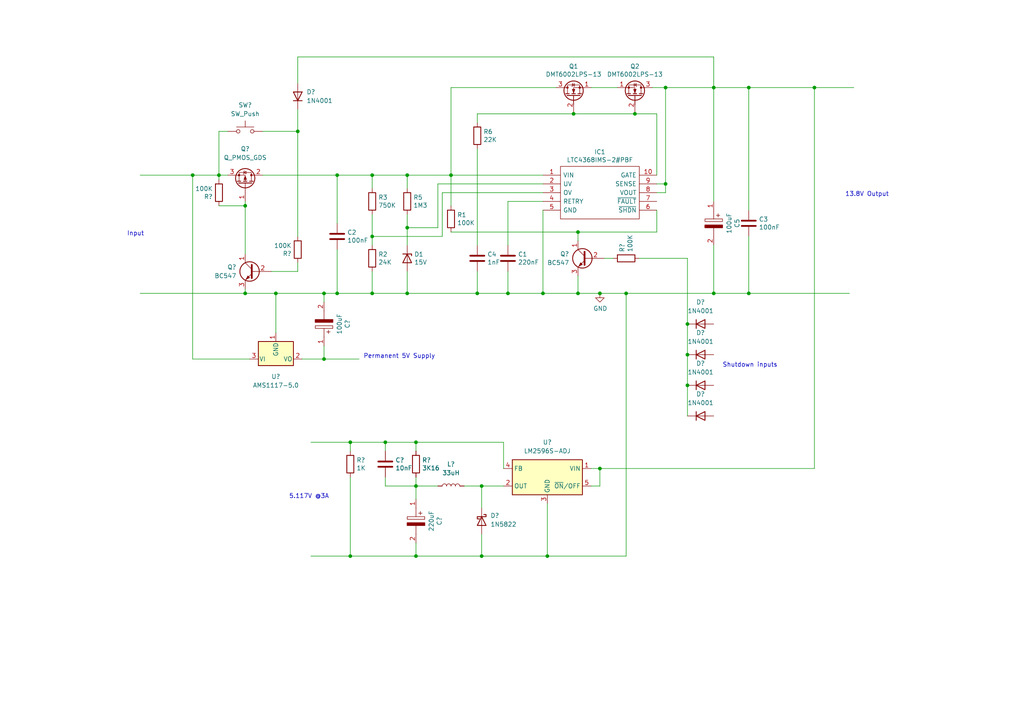
<source format=kicad_sch>
(kicad_sch (version 20211123) (generator eeschema)
  (paper "A4")
  (lib_symbols
    (symbol "Device:C" (pin_numbers hide) (pin_names (offset 0.254))
      (property "Reference" "C" (at 0.635 2.54 0))
      (property "Value" "C" (at 0.635 -2.54 0))
      (symbol "C_0_1"
        (polyline (pts (xy -2.032 -0.762) (xy 2.032 -0.762)) (stroke (width 0.508)))
        (polyline (pts (xy -2.032 0.762) (xy 2.032 0.762)) (stroke (width 0.508)))
      )
      (symbol "C_1_1"
        (pin passive line (at 0 3.81 270) (length 2.794) (name "~") (number "1"))
        (pin passive line (at 0 -3.81 90) (length 2.794) (name "~") (number "2"))
      )
    )
    (symbol "Device:D_Schottky" (pin_numbers hide) (pin_names (offset 1.016) hide)
      (property "Reference" "D" (at 0 2.54 0))
      (property "Value" "D_Schottky" (at 0 -2.54 0))
      (symbol "D_Schottky_0_1"
        (polyline (pts (xy 1.27 0) (xy -1.27 0)))
        (polyline (pts (xy 1.27 1.27) (xy 1.27 -1.27) (xy -1.27 0) (xy 1.27 1.27)) (stroke (width 0.254)))
        (polyline (pts (xy -1.905 0.635) (xy -1.905 1.27) (xy -1.27 1.27) (xy -1.27 -1.27) (xy -0.635 -1.27) (xy -0.635 -0.635)) (stroke (width 0.254)))
      )
      (symbol "D_Schottky_1_1"
        (pin passive line (at -3.81 0 0) (length 2.54) (name "K") (number "1"))
        (pin passive line (at 3.81 0 180) (length 2.54) (name "A") (number "2"))
      )
    )
    (symbol "Device:D_Zener" (pin_numbers hide) (pin_names (offset 1.016) hide)
      (property "Reference" "D" (at 0 2.54 0))
      (property "Value" "D_Zener" (at 0 -2.54 0))
      (symbol "D_Zener_0_1"
        (polyline (pts (xy 1.27 0) (xy -1.27 0)))
        (polyline (pts (xy -1.27 -1.27) (xy -1.27 1.27) (xy -0.762 1.27)) (stroke (width 0.254)))
        (polyline (pts (xy 1.27 -1.27) (xy 1.27 1.27) (xy -1.27 0) (xy 1.27 -1.27)) (stroke (width 0.254)))
      )
      (symbol "D_Zener_1_1"
        (pin passive line (at -3.81 0 0) (length 2.54) (name "K") (number "1"))
        (pin passive line (at 3.81 0 180) (length 2.54) (name "A") (number "2"))
      )
    )
    (symbol "Device:L" (pin_numbers hide) (pin_names (offset 1.016) hide)
      (property "Reference" "L" (at -1.27 0 90))
      (property "Value" "L" (at 1.905 0 90))
      (symbol "L_0_1"
        (arc (start 0 -2.54) (mid 0.635 -1.905) (end 0 -1.27))
        (arc (start 0 -1.27) (mid 0.635 -0.635) (end 0 0))
        (arc (start 0 0) (mid 0.635 0.635) (end 0 1.27))
        (arc (start 0 1.27) (mid 0.635 1.905) (end 0 2.54))
      )
      (symbol "L_1_1"
        (pin passive line (at 0 3.81 270) (length 1.27) (name "1") (number "1"))
        (pin passive line (at 0 -3.81 90) (length 1.27) (name "2") (number "2"))
      )
    )
    (symbol "Device:Q_NMOS_SGD" (pin_names (offset 0) hide)
      (property "Reference" "Q" (at 5.08 1.27 0))
      (property "Value" "Q_NMOS_SGD" (at 5.08 -1.27 0))
      (symbol "Q_NMOS_SGD_0_1"
        (polyline (pts (xy 0.254 0) (xy -2.54 0)))
        (polyline (pts (xy 0.254 1.905) (xy 0.254 -1.905)) (stroke (width 0.254)))
        (polyline (pts (xy 0.762 -1.27) (xy 0.762 -2.286)) (stroke (width 0.254)))
        (polyline (pts (xy 0.762 0.508) (xy 0.762 -0.508)) (stroke (width 0.254)))
        (polyline (pts (xy 0.762 2.286) (xy 0.762 1.27)) (stroke (width 0.254)))
        (polyline (pts (xy 2.54 2.54) (xy 2.54 1.778)))
        (polyline (pts (xy 2.54 -2.54) (xy 2.54 0) (xy 0.762 0)))
        (polyline (pts (xy 0.762 -1.778) (xy 3.302 -1.778) (xy 3.302 1.778) (xy 0.762 1.778)))
        (polyline (pts (xy 1.016 0) (xy 2.032 0.381) (xy 2.032 -0.381) (xy 1.016 0)) (fill (type outline)))
        (polyline (pts (xy 2.794 0.508) (xy 2.921 0.381) (xy 3.683 0.381) (xy 3.81 0.254)))
        (polyline (pts (xy 3.302 0.381) (xy 2.921 -0.254) (xy 3.683 -0.254) (xy 3.302 0.381)))
        (circle (center 1.651 0) (radius 2.794) (stroke (width 0.254)))
        (circle (center 2.54 -1.778) (radius 0.254) (fill (type outline)))
        (circle (center 2.54 1.778) (radius 0.254) (fill (type outline)))
      )
      (symbol "Q_NMOS_SGD_1_1"
        (pin passive line (at 2.54 -5.08 90) (length 2.54) (name "S") (number "1"))
        (pin input line (at -5.08 0 0) (length 5.08) (name "G") (number "2"))
        (pin passive line (at 2.54 5.08 270) (length 2.54) (name "D") (number "3"))
      )
    )
    (symbol "Device:Q_PMOS_GDS" (pin_names (offset 0) hide)
      (property "Reference" "Q" (at 5.08 1.27 0))
      (property "Value" "Q_PMOS_GDS" (at 5.08 -1.27 0))
      (symbol "Q_PMOS_GDS_0_1"
        (polyline (pts (xy 0.254 0) (xy -2.54 0)))
        (polyline (pts (xy 0.254 1.905) (xy 0.254 -1.905)) (stroke (width 0.254)))
        (polyline (pts (xy 0.762 -1.27) (xy 0.762 -2.286)) (stroke (width 0.254)))
        (polyline (pts (xy 0.762 0.508) (xy 0.762 -0.508)) (stroke (width 0.254)))
        (polyline (pts (xy 0.762 2.286) (xy 0.762 1.27)) (stroke (width 0.254)))
        (polyline (pts (xy 2.54 2.54) (xy 2.54 1.778)))
        (polyline (pts (xy 2.54 -2.54) (xy 2.54 0) (xy 0.762 0)))
        (polyline (pts (xy 0.762 1.778) (xy 3.302 1.778) (xy 3.302 -1.778) (xy 0.762 -1.778)))
        (polyline (pts (xy 2.286 0) (xy 1.27 0.381) (xy 1.27 -0.381) (xy 2.286 0)) (fill (type outline)))
        (polyline (pts (xy 2.794 -0.508) (xy 2.921 -0.381) (xy 3.683 -0.381) (xy 3.81 -0.254)))
        (polyline (pts (xy 3.302 -0.381) (xy 2.921 0.254) (xy 3.683 0.254) (xy 3.302 -0.381)))
        (circle (center 1.651 0) (radius 2.794) (stroke (width 0.254)))
        (circle (center 2.54 -1.778) (radius 0.254) (fill (type outline)))
        (circle (center 2.54 1.778) (radius 0.254) (fill (type outline)))
      )
      (symbol "Q_PMOS_GDS_1_1"
        (pin input line (at -5.08 0 0) (length 2.54) (name "G") (number "1"))
        (pin passive line (at 2.54 5.08 270) (length 2.54) (name "D") (number "2"))
        (pin passive line (at 2.54 -5.08 90) (length 2.54) (name "S") (number "3"))
      )
    )
    (symbol "Device:R" (pin_numbers hide) (pin_names (offset 0))
      (property "Reference" "R" (at 2.032 0 90))
      (property "Value" "R" (at 0 0 90))
      (symbol "R_0_1"
        (rectangle (start -1.016 -2.54) (end 1.016 2.54) (stroke (width 0.254)))
      )
      (symbol "R_1_1"
        (pin passive line (at 0 3.81 270) (length 1.27) (name "~") (number "1"))
        (pin passive line (at 0 -3.81 90) (length 1.27) (name "~") (number "2"))
      )
    )
    (symbol "Diode:1N4001" (pin_numbers hide) (pin_names (offset 1.016) hide)
      (property "Reference" "D" (at 0 2.54 0))
      (property "Value" "1N4001" (at 0 -2.54 0))
      (symbol "1N4001_0_1"
        (polyline (pts (xy -1.27 1.27) (xy -1.27 -1.27)) (stroke (width 0.254)))
        (polyline (pts (xy 1.27 0) (xy -1.27 0)))
        (polyline (pts (xy 1.27 1.27) (xy 1.27 -1.27) (xy -1.27 0) (xy 1.27 1.27)) (stroke (width 0.254)))
      )
      (symbol "1N4001_1_1"
        (pin passive line (at -3.81 0 0) (length 2.54) (name "K") (number "1"))
        (pin passive line (at 3.81 0 180) (length 2.54) (name "A") (number "2"))
      )
    )
    (symbol "Regulator_Linear:AMS1117-5.0" (pin_names (offset 0.254))
      (property "Reference" "U" (at -3.81 3.175 0))
      (property "Value" "AMS1117-5.0" (at 0 3.175 0))
      (symbol "AMS1117-5.0_0_1"
        (rectangle (start -5.08 -5.08) (end 5.08 1.905) (stroke (width 0.254)) (fill (type background)))
      )
      (symbol "AMS1117-5.0_1_1"
        (pin power_in line (at 0 -7.62 90) (length 2.54) (name "GND") (number "1"))
        (pin power_out line (at 7.62 0 180) (length 2.54) (name "VO") (number "2"))
        (pin power_in line (at -7.62 0 0) (length 2.54) (name "VI") (number "3"))
      )
    )
    (symbol "Regulator_Switching:LM2596S-ADJ"
      (property "Reference" "U" (at -10.16 6.35 0))
      (property "Value" "LM2596S-ADJ" (at 0 6.35 0))
      (symbol "LM2596S-ADJ_0_1"
        (rectangle (start -10.16 5.08) (end 10.16 -5.08) (stroke (width 0.254)) (fill (type background)))
      )
      (symbol "LM2596S-ADJ_1_1"
        (pin power_in line (at -12.7 2.54 0) (length 2.54) (name "VIN") (number "1"))
        (pin output line (at 12.7 -2.54 180) (length 2.54) (name "OUT") (number "2"))
        (pin power_in line (at 0 -7.62 90) (length 2.54) (name "GND") (number "3"))
        (pin input line (at 12.7 2.54 180) (length 2.54) (name "FB") (number "4"))
        (pin input line (at -12.7 -2.54 0) (length 2.54) (name "~{ON}/OFF") (number "5"))
      )
    )
    (symbol "SamacSys_Parts:865080545012" (pin_names (offset 0.762))
      (property "Reference" "C" (at 8.89 6.35 0))
      (property "Value" "SamacSys_Parts_865080545012" (at 8.89 3.81 0))
      (symbol "865080545012_0_0"
        (pin passive line (at 0 0 0) (length 2.54) (name "~") (number "1"))
        (pin passive line (at 12.7 0 180) (length 2.54) (name "~") (number "2"))
      )
      (symbol "865080545012_0_1"
        (polyline (pts (xy 2.54 0) (xy 5.08 0)) (stroke (width 0.1524)))
        (polyline (pts (xy 4.064 1.778) (xy 4.064 0.762)) (stroke (width 0.1524)))
        (polyline (pts (xy 4.572 1.27) (xy 3.556 1.27)) (stroke (width 0.1524)))
        (polyline (pts (xy 7.62 0) (xy 10.16 0)) (stroke (width 0.1524)))
        (polyline (pts (xy 5.08 2.54) (xy 5.08 -2.54) (xy 5.842 -2.54) (xy 5.842 2.54) (xy 5.08 2.54)) (stroke (width 0.1524)))
        (polyline (pts (xy 7.62 2.54) (xy 7.62 -2.54) (xy 6.858 -2.54) (xy 6.858 2.54) (xy 7.62 2.54)) (stroke (width 0.254)) (fill (type outline)))
      )
    )
    (symbol "SamacSys_Parts:LTC4368IMS-2#PBF" (pin_names (offset 0.762))
      (property "Reference" "IC" (at 29.21 7.62 0))
      (property "Value" "SamacSys_Parts_LTC4368IMS-2#PBF" (at 29.21 5.08 0))
      (symbol "LTC4368IMS-2#PBF_0_0"
        (pin passive line (at 0 0 0) (length 5.08) (name "VIN") (number "1"))
        (pin passive line (at 33.02 0 180) (length 5.08) (name "GATE") (number "10"))
        (pin passive line (at 0 -2.54 0) (length 5.08) (name "UV") (number "2"))
        (pin passive line (at 0 -5.08 0) (length 5.08) (name "OV") (number "3"))
        (pin passive line (at 0 -7.62 0) (length 5.08) (name "RETRY") (number "4"))
        (pin passive line (at 0 -10.16 0) (length 5.08) (name "GND") (number "5"))
        (pin passive line (at 33.02 -10.16 180) (length 5.08) (name "~{SHDN}") (number "6"))
        (pin passive line (at 33.02 -7.62 180) (length 5.08) (name "~{FAULT}") (number "7"))
        (pin passive line (at 33.02 -5.08 180) (length 5.08) (name "VOUT") (number "8"))
        (pin passive line (at 33.02 -2.54 180) (length 5.08) (name "SENSE") (number "9"))
      )
      (symbol "LTC4368IMS-2#PBF_0_1"
        (polyline (pts (xy 5.08 2.54) (xy 27.94 2.54) (xy 27.94 -12.7) (xy 5.08 -12.7) (xy 5.08 2.54)) (stroke (width 0.1524)))
      )
    )
    (symbol "Switch:SW_Push" (pin_numbers hide) (pin_names (offset 1.016) hide)
      (property "Reference" "SW" (at 1.27 2.54 0))
      (property "Value" "SW_Push" (at 0 -1.524 0))
      (symbol "SW_Push_0_1"
        (circle (center -2.032 0) (radius 0.508))
        (polyline (pts (xy 0 1.27) (xy 0 3.048)))
        (polyline (pts (xy 2.54 1.27) (xy -2.54 1.27)))
        (circle (center 2.032 0) (radius 0.508))
        (pin passive line (at -5.08 0 0) (length 2.54) (name "1") (number "1"))
        (pin passive line (at 5.08 0 180) (length 2.54) (name "2") (number "2"))
      )
    )
    (symbol "Transistor_BJT:BC547" (pin_names (offset 0) hide)
      (property "Reference" "Q" (at 5.08 1.905 0))
      (property "Value" "BC547" (at 5.08 0 0))
      (symbol "BC547_0_1"
        (polyline (pts (xy 0 0) (xy 0.635 0)))
        (polyline (pts (xy 0.635 0.635) (xy 2.54 2.54)))
        (polyline (pts (xy 0.635 -0.635) (xy 2.54 -2.54) (xy 2.54 -2.54)))
        (polyline (pts (xy 0.635 1.905) (xy 0.635 -1.905) (xy 0.635 -1.905)) (stroke (width 0.508)))
        (polyline (pts (xy 1.27 -1.778) (xy 1.778 -1.27) (xy 2.286 -2.286) (xy 1.27 -1.778) (xy 1.27 -1.778)) (fill (type outline)))
        (circle (center 1.27 0) (radius 2.8194) (stroke (width 0.254)))
      )
      (symbol "BC547_1_1"
        (pin passive line (at 2.54 5.08 270) (length 2.54) (name "C") (number "1"))
        (pin input line (at -5.08 0 0) (length 5.08) (name "B") (number "2"))
        (pin passive line (at 2.54 -5.08 90) (length 2.54) (name "E") (number "3"))
      )
    )
    (symbol "power:GND" (power) (pin_names (offset 0))
      (property "Value" "GND" (at 0 -3.81 0))
      (symbol "GND_0_1"
        (polyline (pts (xy 0 0) (xy 0 -1.27) (xy 1.27 -1.27) (xy 0 -2.54) (xy -1.27 -1.27) (xy 0 -1.27)))
      )
      (symbol "GND_1_1"
        (pin power_in line (at 0 0 270) (length 0) hide (name "GND") (number "1"))
      )
    )
  )
  (junction (at 80.01 85.09))
  (junction (at 167.64 67.31))
  (junction (at 181.61 85.09))
  (junction (at 118.11 50.8))
  (junction (at 86.36 38.1))
  (junction (at 199.39 102.87))
  (junction (at 111.76 128.27))
  (junction (at 193.04 53.34))
  (junction (at 207.01 85.09))
  (junction (at 71.12 85.09))
  (junction (at 217.17 85.09))
  (junction (at 138.43 85.09))
  (junction (at 130.81 50.8))
  (junction (at 166.37 33.02))
  (junction (at 158.75 161.29))
  (junction (at 107.95 85.09))
  (junction (at 139.7 140.97))
  (junction (at 217.17 25.4))
  (junction (at 173.99 135.89))
  (junction (at 97.79 50.8))
  (junction (at 199.39 111.76))
  (junction (at 107.95 50.8))
  (junction (at 118.11 85.09))
  (junction (at 193.04 25.4))
  (junction (at 139.7 161.29))
  (junction (at 63.5 50.8))
  (junction (at 236.22 25.4))
  (junction (at 107.95 68.58))
  (junction (at 147.32 85.09))
  (junction (at 167.64 85.09))
  (junction (at 207.01 25.4))
  (junction (at 93.98 104.14))
  (junction (at 199.39 93.98))
  (junction (at 118.11 66.04))
  (junction (at 55.88 50.8))
  (junction (at 101.6 161.29))
  (junction (at 71.12 59.69))
  (junction (at 97.79 85.09))
  (junction (at 173.99 85.09))
  (junction (at 157.48 85.09))
  (junction (at 120.65 128.27))
  (junction (at 120.65 140.97))
  (junction (at 93.98 85.09))
  (junction (at 120.65 161.29))
  (junction (at 184.15 33.02))
  (junction (at 101.6 128.27))
  (wire (pts (xy 146.05 135.89) (xy 146.05 128.27)))
  (wire (pts (xy 167.64 85.09) (xy 173.99 85.09)))
  (wire (pts (xy 97.79 50.8) (xy 107.95 50.8)))
  (wire (pts (xy 207.01 16.51) (xy 207.01 25.4)))
  (wire (pts (xy 167.64 67.31) (xy 190.5 67.31)))
  (wire (pts (xy 76.2 50.8) (xy 97.79 50.8)))
  (wire (pts (xy 147.32 58.42) (xy 147.32 71.12)))
  (wire (pts (xy 63.5 59.69) (xy 71.12 59.69)))
  (wire (pts (xy 190.5 33.02) (xy 184.15 33.02)))
  (wire (pts (xy 199.39 93.98) (xy 199.39 102.87)))
  (wire (pts (xy 190.5 50.8) (xy 190.5 33.02)))
  (wire (pts (xy 107.95 68.58) (xy 107.95 71.12)))
  (wire (pts (xy 199.39 102.87) (xy 199.39 111.76)))
  (wire (pts (xy 207.01 25.4) (xy 217.17 25.4)))
  (wire (pts (xy 147.32 85.09) (xy 157.48 85.09)))
  (wire (pts (xy 147.32 58.42) (xy 157.48 58.42)))
  (wire (pts (xy 236.22 25.4) (xy 247.65 25.4)))
  (wire (pts (xy 171.45 140.97) (xy 173.99 140.97)))
  (wire (pts (xy 190.5 67.31) (xy 190.5 60.96)))
  (wire (pts (xy 128.27 68.58) (xy 107.95 68.58)))
  (wire (pts (xy 207.01 58.42) (xy 207.01 25.4)))
  (wire (pts (xy 167.64 80.01) (xy 167.64 85.09)))
  (wire (pts (xy 40.64 50.8) (xy 55.88 50.8)))
  (wire (pts (xy 139.7 140.97) (xy 146.05 140.97)))
  (wire (pts (xy 217.17 60.96) (xy 217.17 25.4)))
  (wire (pts (xy 146.05 128.27) (xy 120.65 128.27)))
  (wire (pts (xy 120.65 128.27) (xy 120.65 130.81)))
  (wire (pts (xy 63.5 50.8) (xy 66.04 50.8)))
  (wire (pts (xy 181.61 161.29) (xy 158.75 161.29)))
  (wire (pts (xy 71.12 59.69) (xy 71.12 73.66)))
  (wire (pts (xy 71.12 85.09) (xy 80.01 85.09)))
  (wire (pts (xy 157.48 85.09) (xy 167.64 85.09)))
  (wire (pts (xy 193.04 55.88) (xy 193.04 53.34)))
  (wire (pts (xy 207.01 71.12) (xy 207.01 85.09)))
  (wire (pts (xy 107.95 54.61) (xy 107.95 50.8)))
  (wire (pts (xy 93.98 85.09) (xy 93.98 87.63)))
  (wire (pts (xy 107.95 85.09) (xy 118.11 85.09)))
  (wire (pts (xy 101.6 161.29) (xy 120.65 161.29)))
  (wire (pts (xy 138.43 33.02) (xy 166.37 33.02)))
  (wire (pts (xy 97.79 72.39) (xy 97.79 85.09)))
  (wire (pts (xy 107.95 78.74) (xy 107.95 85.09)))
  (wire (pts (xy 55.88 104.14) (xy 72.39 104.14)))
  (wire (pts (xy 118.11 66.04) (xy 118.11 71.12)))
  (wire (pts (xy 173.99 135.89) (xy 171.45 135.89)))
  (wire (pts (xy 107.95 50.8) (xy 118.11 50.8)))
  (wire (pts (xy 193.04 53.34) (xy 193.04 25.4)))
  (wire (pts (xy 181.61 85.09) (xy 181.61 161.29)))
  (wire (pts (xy 86.36 76.2) (xy 86.36 78.74)))
  (wire (pts (xy 118.11 62.23) (xy 118.11 66.04)))
  (wire (pts (xy 236.22 135.89) (xy 173.99 135.89)))
  (wire (pts (xy 120.65 138.43) (xy 120.65 140.97)))
  (wire (pts (xy 138.43 33.02) (xy 138.43 35.56)))
  (wire (pts (xy 190.5 55.88) (xy 193.04 55.88)))
  (wire (pts (xy 111.76 128.27) (xy 101.6 128.27)))
  (wire (pts (xy 71.12 58.42) (xy 71.12 59.69)))
  (wire (pts (xy 86.36 31.75) (xy 86.36 38.1)))
  (wire (pts (xy 93.98 104.14) (xy 93.98 100.33)))
  (wire (pts (xy 173.99 85.09) (xy 181.61 85.09)))
  (wire (pts (xy 111.76 140.97) (xy 111.76 138.43)))
  (wire (pts (xy 40.64 85.09) (xy 71.12 85.09)))
  (wire (pts (xy 175.26 74.93) (xy 177.8 74.93)))
  (wire (pts (xy 199.39 74.93) (xy 199.39 93.98)))
  (wire (pts (xy 120.65 128.27) (xy 111.76 128.27)))
  (wire (pts (xy 63.5 50.8) (xy 63.5 38.1)))
  (wire (pts (xy 118.11 50.8) (xy 130.81 50.8)))
  (wire (pts (xy 134.62 140.97) (xy 139.7 140.97)))
  (wire (pts (xy 120.65 157.48) (xy 120.65 161.29)))
  (wire (pts (xy 63.5 38.1) (xy 66.04 38.1)))
  (wire (pts (xy 120.65 140.97) (xy 120.65 144.78)))
  (wire (pts (xy 158.75 161.29) (xy 139.7 161.29)))
  (wire (pts (xy 76.2 38.1) (xy 86.36 38.1)))
  (wire (pts (xy 86.36 78.74) (xy 78.74 78.74)))
  (wire (pts (xy 167.64 67.31) (xy 167.64 69.85)))
  (wire (pts (xy 138.43 71.12) (xy 138.43 43.18)))
  (wire (pts (xy 139.7 161.29) (xy 139.7 154.94)))
  (wire (pts (xy 101.6 138.43) (xy 101.6 161.29)))
  (wire (pts (xy 130.81 50.8) (xy 130.81 25.4)))
  (wire (pts (xy 147.32 78.74) (xy 147.32 85.09)))
  (wire (pts (xy 217.17 68.58) (xy 217.17 85.09)))
  (wire (pts (xy 80.01 85.09) (xy 93.98 85.09)))
  (wire (pts (xy 90.17 161.29) (xy 101.6 161.29)))
  (wire (pts (xy 189.23 25.4) (xy 193.04 25.4)))
  (wire (pts (xy 90.17 128.27) (xy 101.6 128.27)))
  (wire (pts (xy 118.11 78.74) (xy 118.11 85.09)))
  (wire (pts (xy 158.75 161.29) (xy 158.75 146.05)))
  (wire (pts (xy 199.39 111.76) (xy 199.39 120.65)))
  (wire (pts (xy 86.36 24.13) (xy 86.36 16.51)))
  (wire (pts (xy 80.01 85.09) (xy 80.01 96.52)))
  (wire (pts (xy 130.81 59.69) (xy 130.81 50.8)))
  (wire (pts (xy 190.5 53.34) (xy 193.04 53.34)))
  (wire (pts (xy 107.95 62.23) (xy 107.95 68.58)))
  (wire (pts (xy 120.65 161.29) (xy 139.7 161.29)))
  (wire (pts (xy 217.17 25.4) (xy 236.22 25.4)))
  (wire (pts (xy 138.43 78.74) (xy 138.43 85.09)))
  (wire (pts (xy 171.45 25.4) (xy 179.07 25.4)))
  (wire (pts (xy 120.65 140.97) (xy 111.76 140.97)))
  (wire (pts (xy 118.11 54.61) (xy 118.11 50.8)))
  (wire (pts (xy 139.7 147.32) (xy 139.7 140.97)))
  (wire (pts (xy 71.12 83.82) (xy 71.12 85.09)))
  (wire (pts (xy 127 53.34) (xy 127 66.04)))
  (wire (pts (xy 97.79 85.09) (xy 107.95 85.09)))
  (wire (pts (xy 157.48 53.34) (xy 127 53.34)))
  (wire (pts (xy 63.5 52.07) (xy 63.5 50.8)))
  (wire (pts (xy 111.76 128.27) (xy 111.76 130.81)))
  (wire (pts (xy 86.36 38.1) (xy 86.36 68.58)))
  (wire (pts (xy 185.42 74.93) (xy 199.39 74.93)))
  (wire (pts (xy 138.43 85.09) (xy 147.32 85.09)))
  (wire (pts (xy 130.81 67.31) (xy 167.64 67.31)))
  (wire (pts (xy 130.81 50.8) (xy 157.48 50.8)))
  (wire (pts (xy 97.79 64.77) (xy 97.79 50.8)))
  (wire (pts (xy 157.48 55.88) (xy 128.27 55.88)))
  (wire (pts (xy 157.48 60.96) (xy 157.48 85.09)))
  (wire (pts (xy 55.88 50.8) (xy 63.5 50.8)))
  (wire (pts (xy 127 66.04) (xy 118.11 66.04)))
  (wire (pts (xy 55.88 50.8) (xy 55.88 104.14)))
  (wire (pts (xy 193.04 25.4) (xy 207.01 25.4)))
  (wire (pts (xy 101.6 128.27) (xy 101.6 130.81)))
  (wire (pts (xy 127 140.97) (xy 120.65 140.97)))
  (wire (pts (xy 87.63 104.14) (xy 93.98 104.14)))
  (wire (pts (xy 207.01 85.09) (xy 217.17 85.09)))
  (wire (pts (xy 173.99 140.97) (xy 173.99 135.89)))
  (wire (pts (xy 118.11 85.09) (xy 138.43 85.09)))
  (wire (pts (xy 217.17 85.09) (xy 246.38 85.09)))
  (wire (pts (xy 130.81 25.4) (xy 161.29 25.4)))
  (wire (pts (xy 93.98 104.14) (xy 104.14 104.14)))
  (wire (pts (xy 128.27 55.88) (xy 128.27 68.58)))
  (wire (pts (xy 93.98 85.09) (xy 97.79 85.09)))
  (wire (pts (xy 181.61 85.09) (xy 207.01 85.09)))
  (wire (pts (xy 86.36 16.51) (xy 207.01 16.51)))
  (wire (pts (xy 184.15 33.02) (xy 166.37 33.02)))
  (wire (pts (xy 236.22 25.4) (xy 236.22 135.89)))
  (text "13.8V Output" (at 245.11 57.15 0) (effects (font (size 1.27 1.27)) (justify left bottom)))
  (text "Input" (at 36.83 68.58 0) (effects (font (size 1.27 1.27)) (justify left bottom)))
  (text "5.117V @3A" (at 83.82 144.78 0) (effects (font (size 1.27 1.27)) (justify left bottom)))
  (text "Shutdown inputs" (at 209.55 106.68 0) (effects (font (size 1.27 1.27)) (justify left bottom)))
  (text "Permanent 5V Supply" (at 105.41 104.14 0) (effects (font (size 1.27 1.27)) (justify left bottom)))
  (symbol (lib_id "SamacSys_Parts:LTC4368IMS-2#PBF") (at 157.48 50.8 0) (unit 1)
    (property "Reference" "IC1" (at 173.99 44.069 0))
    (property "Value" "LTC4368IMS-2#PBF" (at 173.99 46.3804 0))
    (property "Footprint" "SOP50P490X110-10N" (effects hide))
    (property "Datasheet" "https://www.arrow.com/en/products/ltc4368ims-2pbf/analog-devices" (effects hide))
    (property "Description" "Surge Suppressors 100V OV, UV, OC and Reverse Supply Protection Controller with -3mV Reverse Threshold" (effects hide))
    (property "Height" "1.1" (effects hide))
    (property "Mouser Part Number" "584-LTC4368IMS2PBF" (effects hide))
    (property "Mouser Price/Stock" "https://www.mouser.co.uk/ProductDetail/Analog-Devices/LTC4368IMS-2PBF?qs=5aG0NVq1C4yQGBsRaTKLEg%3D%3D" (effects hide))
    (property "Manufacturer_Name" "Analog Devices" (effects hide))
    (property "Manufacturer_Part_Number" "LTC4368IMS-2#PBF" (effects hide))
  )
  (symbol (lib_id "power:GND") (at 173.99 85.09 0) (unit 1)
    (property "Reference" "#PWR0101" (effects hide))
    (property "Value" "GND" (at 174.117 89.4842 0))
  )
  (symbol (lib_id "Device:R") (at 130.81 63.5 0) (unit 1)
    (property "Reference" "R1" (at 132.588 62.3316 0) (effects (justify left)))
    (property "Value" "100K" (at 132.588 64.643 0) (effects (justify left)))
    (property "Footprint" "Resistor_SMD:R_0805_2012Metric_Pad1.20x1.40mm_HandSolder" (effects hide))
  )
  (symbol (lib_id "Device:R") (at 107.95 58.42 0) (unit 1)
    (property "Reference" "R3" (at 109.728 57.2516 0) (effects (justify left)))
    (property "Value" "750K" (at 109.728 59.563 0) (effects (justify left)))
    (property "Footprint" "Resistor_SMD:R_0805_2012Metric_Pad1.20x1.40mm_HandSolder" (effects hide))
  )
  (symbol (lib_id "Device:R") (at 118.11 58.42 0) (unit 1)
    (property "Reference" "R5" (at 119.888 57.2516 0) (effects (justify left)))
    (property "Value" "1M3" (at 119.888 59.563 0) (effects (justify left)))
    (property "Footprint" "Resistor_SMD:R_0805_2012Metric_Pad1.20x1.40mm_HandSolder" (effects hide))
  )
  (symbol (lib_id "Device:R") (at 107.95 74.93 0) (unit 1)
    (property "Reference" "R2" (at 109.728 73.7616 0) (effects (justify left)))
    (property "Value" "24K" (at 109.728 76.073 0) (effects (justify left)))
    (property "Footprint" "Resistor_SMD:R_0805_2012Metric_Pad1.20x1.40mm_HandSolder" (effects hide))
  )
  (symbol (lib_id "Device:C") (at 147.32 74.93 0) (unit 1)
    (property "Reference" "C1" (at 150.241 73.7616 0) (effects (justify left)))
    (property "Value" "220nF" (at 150.241 76.073 0) (effects (justify left)))
    (property "Footprint" "Capacitor_SMD:C_0805_2012Metric_Pad1.18x1.45mm_HandSolder" (effects hide))
  )
  (symbol (lib_id "Device:C") (at 97.79 68.58 0) (unit 1)
    (property "Reference" "C2" (at 100.711 67.4116 0) (effects (justify left)))
    (property "Value" "100nF" (at 100.711 69.723 0) (effects (justify left)))
    (property "Footprint" "Capacitor_SMD:C_1206_3216Metric_Pad1.33x1.80mm_HandSolder" (effects hide))
  )
  (symbol (lib_id "Device:C") (at 217.17 64.77 0) (unit 1)
    (property "Reference" "C3" (at 220.091 63.6016 0) (effects (justify left)))
    (property "Value" "100nF" (at 220.091 65.913 0) (effects (justify left)))
    (property "Footprint" "Capacitor_SMD:C_1206_3216Metric_Pad1.33x1.80mm_HandSolder" (effects hide))
  )
  (symbol (lib_id "Device:Q_NMOS_SGD") (at 166.37 27.94 90) (unit 1)
    (property "Reference" "Q1" (at 166.37 19.2532 90))
    (property "Value" "DMT6002LPS-13" (at 166.37 21.5646 90))
    (property "Footprint" "SamacSys_Parts:PowerDI5060-8" (effects hide))
  )
  (symbol (lib_id "Device:Q_NMOS_SGD") (at 184.15 27.94 270) (mirror x) (unit 1)
    (property "Reference" "Q2" (at 184.15 19.2532 90))
    (property "Value" "DMT6002LPS-13" (at 184.15 21.5646 90))
    (property "Footprint" "SamacSys_Parts:PowerDI5060-8" (effects hide))
  )
  (symbol (lib_id "Device:R") (at 138.43 39.37 0) (unit 1)
    (property "Reference" "R6" (at 140.208 38.2016 0) (effects (justify left)))
    (property "Value" "22K" (at 140.208 40.513 0) (effects (justify left)))
    (property "Footprint" "Resistor_SMD:R_0805_2012Metric_Pad1.20x1.40mm_HandSolder" (effects hide))
  )
  (symbol (lib_id "Device:C") (at 138.43 74.93 0) (unit 1)
    (property "Reference" "C4" (at 141.351 73.7616 0) (effects (justify left)))
    (property "Value" "1nF" (at 141.351 76.073 0) (effects (justify left)))
    (property "Footprint" "Capacitor_SMD:C_0805_2012Metric_Pad1.18x1.45mm_HandSolder" (effects hide))
  )
  (symbol (lib_id "SamacSys_Parts:865080545012") (at 207.01 58.42 270) (unit 1)
    (property "Reference" "C5" (at 213.7918 64.77 0))
    (property "Value" "100uF" (at 211.4804 64.77 0))
    (property "Footprint" "CAPAE660X770N" (effects hide))
    (property "Datasheet" "http://katalog.we-online.de/pbs/datasheet/865080545012.pdf" (effects hide))
    (property "Description" "Wurth Elektronik 100uF 35 V dc Aluminium Electrolytic Capacitor, WCAP-ASLI Series 2000h 6.3 (Dia.) x 7.55mm" (effects hide))
    (property "Height" "7.7" (effects hide))
    (property "Mouser Part Number" "710-865080545012" (effects hide))
    (property "Mouser Price/Stock" "https://www.mouser.co.uk/ProductDetail/Wurth-Elektronik/865080545012?qs=0KOYDY2FL297tvB6LOdg5A%3D%3D" (effects hide))
    (property "Manufacturer_Name" "Wurth Elektronik" (effects hide))
    (property "Manufacturer_Part_Number" "865080545012" (effects hide))
  )
  (symbol (lib_id "Device:D_Zener") (at 118.11 74.93 270) (unit 1)
    (property "Reference" "D1" (at 120.142 73.7616 90) (effects (justify left)))
    (property "Value" "15V" (at 120.142 76.073 90) (effects (justify left)))
    (property "Footprint" "Diode_SMD:D_0805_2012Metric" (effects hide))
  )
  (symbol (lib_id "Diode:1N4001") (at 203.2 111.76 0) (unit 1)
    (property "Reference" "D?" (at 203.2 105.41 0))
    (property "Value" "1N4001" (at 203.2 107.95 0))
    (property "Footprint" "Diode_THT:D_DO-41_SOD81_P10.16mm_Horizontal" (effects hide))
    (property "Datasheet" "http://www.vishay.com/docs/88503/1n4001.pdf" (effects hide))
  )
  (symbol (lib_id "Regulator_Switching:LM2596S-ADJ") (at 158.75 138.43 0) (mirror y) (unit 1)
    (property "Reference" "U?" (at 158.75 128.27 0))
    (property "Value" "LM2596S-ADJ" (at 158.75 130.81 0))
    (property "Footprint" "Package_TO_SOT_SMD:TO-263-5_TabPin3" (effects hide))
    (property "Datasheet" "http://www.ti.com/lit/ds/symlink/lm2596.pdf" (effects hide))
  )
  (symbol (lib_id "Device:D_Schottky") (at 139.7 151.13 270) (unit 1)
    (property "Reference" "D?" (at 142.24 149.5424 90) (effects (justify left)))
    (property "Value" "1N5822" (at 142.24 152.0824 90) (effects (justify left)))
  )
  (symbol (lib_id "Device:R") (at 86.36 72.39 180) (unit 1)
    (property "Reference" "R?" (at 84.582 73.5584 0) (effects (justify left)))
    (property "Value" "100K" (at 84.582 71.247 0) (effects (justify left)))
    (property "Footprint" "Resistor_SMD:R_0805_2012Metric_Pad1.20x1.40mm_HandSolder" (effects hide))
  )
  (symbol (lib_id "Device:R") (at 120.65 134.62 0) (unit 1)
    (property "Reference" "R?" (at 122.428 133.4516 0) (effects (justify left)))
    (property "Value" "3K16" (at 122.428 135.763 0) (effects (justify left)))
    (property "Footprint" "Resistor_SMD:R_0805_2012Metric_Pad1.20x1.40mm_HandSolder" (effects hide))
  )
  (symbol (lib_id "Device:R") (at 63.5 55.88 180) (unit 1)
    (property "Reference" "R?" (at 61.722 57.0484 0) (effects (justify left)))
    (property "Value" "100K" (at 61.722 54.737 0) (effects (justify left)))
    (property "Footprint" "Resistor_SMD:R_0805_2012Metric_Pad1.20x1.40mm_HandSolder" (effects hide))
  )
  (symbol (lib_id "Device:L") (at 130.81 140.97 90) (unit 1)
    (property "Reference" "L?" (at 130.81 134.62 90))
    (property "Value" "33uH" (at 130.81 137.16 90))
  )
  (symbol (lib_id "Device:R") (at 101.6 134.62 0) (unit 1)
    (property "Reference" "R?" (at 103.378 133.4516 0) (effects (justify left)))
    (property "Value" "1K" (at 103.378 135.763 0) (effects (justify left)))
    (property "Footprint" "Resistor_SMD:R_0805_2012Metric_Pad1.20x1.40mm_HandSolder" (effects hide))
  )
  (symbol (lib_id "Device:C") (at 111.76 134.62 0) (unit 1)
    (property "Reference" "C?" (at 114.681 133.4516 0) (effects (justify left)))
    (property "Value" "10nF" (at 114.681 135.763 0) (effects (justify left)))
    (property "Footprint" "Capacitor_SMD:C_0805_2012Metric_Pad1.18x1.45mm_HandSolder" (effects hide))
  )
  (symbol (lib_id "Diode:1N4001") (at 203.2 102.87 0) (unit 1)
    (property "Reference" "D?" (at 203.2 96.52 0))
    (property "Value" "1N4001" (at 203.2 99.06 0))
    (property "Footprint" "Diode_THT:D_DO-41_SOD81_P10.16mm_Horizontal" (effects hide))
    (property "Datasheet" "http://www.vishay.com/docs/88503/1n4001.pdf" (effects hide))
  )
  (symbol (lib_id "SamacSys_Parts:865080545012") (at 120.65 144.78 270) (unit 1)
    (property "Reference" "C?" (at 127.4318 151.13 0))
    (property "Value" "220uF" (at 125.1204 151.13 0))
    (property "Footprint" "CAPAE660X770N" (effects hide))
    (property "Datasheet" "http://katalog.we-online.de/pbs/datasheet/865080545012.pdf" (effects hide))
    (property "Description" "Wurth Elektronik 100uF 35 V dc Aluminium Electrolytic Capacitor, WCAP-ASLI Series 2000h 6.3 (Dia.) x 7.55mm" (effects hide))
    (property "Height" "7.7" (effects hide))
    (property "Mouser Part Number" "710-865080545012" (effects hide))
    (property "Mouser Price/Stock" "https://www.mouser.co.uk/ProductDetail/Wurth-Elektronik/865080545012?qs=0KOYDY2FL297tvB6LOdg5A%3D%3D" (effects hide))
    (property "Manufacturer_Name" "Wurth Elektronik" (effects hide))
    (property "Manufacturer_Part_Number" "865080545012" (effects hide))
  )
  (symbol (lib_id "Diode:1N4001") (at 203.2 93.98 0) (unit 1)
    (property "Reference" "D?" (at 203.2 87.63 0))
    (property "Value" "1N4001" (at 203.2 90.17 0))
    (property "Footprint" "Diode_THT:D_DO-41_SOD81_P10.16mm_Horizontal" (effects hide))
    (property "Datasheet" "http://www.vishay.com/docs/88503/1n4001.pdf" (effects hide))
  )
  (symbol (lib_id "SamacSys_Parts:865080545012") (at 93.98 100.33 270) (mirror x) (unit 1)
    (property "Reference" "C?" (at 100.7618 93.98 0))
    (property "Value" "100uF" (at 98.4504 93.98 0))
    (property "Footprint" "CAPAE660X770N" (effects hide))
    (property "Datasheet" "http://katalog.we-online.de/pbs/datasheet/865080545012.pdf" (effects hide))
    (property "Description" "Wurth Elektronik 100uF 35 V dc Aluminium Electrolytic Capacitor, WCAP-ASLI Series 2000h 6.3 (Dia.) x 7.55mm" (effects hide))
    (property "Height" "7.7" (effects hide))
    (property "Mouser Part Number" "710-865080545012" (effects hide))
    (property "Mouser Price/Stock" "https://www.mouser.co.uk/ProductDetail/Wurth-Elektronik/865080545012?qs=0KOYDY2FL297tvB6LOdg5A%3D%3D" (effects hide))
    (property "Manufacturer_Name" "Wurth Elektronik" (effects hide))
    (property "Manufacturer_Part_Number" "865080545012" (effects hide))
  )
  (symbol (lib_id "Transistor_BJT:BC547") (at 73.66 78.74 0) (mirror y) (unit 1)
    (property "Reference" "Q?" (at 68.58 77.4699 0) (effects (justify left)))
    (property "Value" "BC547" (at 68.58 80.0099 0) (effects (justify left)))
    (property "Footprint" "Package_TO_SOT_THT:TO-92_Inline" (effects hide))
    (property "Datasheet" "https://www.onsemi.com/pub/Collateral/BC550-D.pdf" (effects hide))
  )
  (symbol (lib_id "Device:R") (at 181.61 74.93 90) (unit 1)
    (property "Reference" "R?" (at 180.4416 73.152 0) (effects (justify left)))
    (property "Value" "100K" (at 182.753 73.152 0) (effects (justify left)))
    (property "Footprint" "Resistor_SMD:R_0805_2012Metric_Pad1.20x1.40mm_HandSolder" (effects hide))
  )
  (symbol (lib_id "Diode:1N4001") (at 86.36 27.94 270) (mirror x) (unit 1)
    (property "Reference" "D?" (at 88.9 26.6699 90) (effects (justify left)))
    (property "Value" "1N4001" (at 88.9 29.2099 90) (effects (justify left)))
    (property "Footprint" "Diode_THT:D_DO-41_SOD81_P10.16mm_Horizontal" (effects hide))
    (property "Datasheet" "http://www.vishay.com/docs/88503/1n4001.pdf" (effects hide))
  )
  (symbol (lib_id "Diode:1N4001") (at 203.2 120.65 0) (unit 1)
    (property "Reference" "D?" (at 203.2 114.3 0))
    (property "Value" "1N4001" (at 203.2 116.84 0))
    (property "Footprint" "Diode_THT:D_DO-41_SOD81_P10.16mm_Horizontal" (effects hide))
    (property "Datasheet" "http://www.vishay.com/docs/88503/1n4001.pdf" (effects hide))
  )
  (symbol (lib_id "Device:Q_PMOS_GDS") (at 71.12 53.34 270) (mirror x) (unit 1)
    (property "Reference" "Q?" (at 71.12 43.18 90))
    (property "Value" "Q_PMOS_GDS" (at 71.12 45.72 90))
  )
  (symbol (lib_id "Switch:SW_Push") (at 71.12 38.1 0) (unit 1)
    (property "Reference" "SW?" (at 71.12 30.48 0))
    (property "Value" "SW_Push" (at 71.12 33.02 0))
  )
  (symbol (lib_id "Transistor_BJT:BC547") (at 170.18 74.93 0) (mirror y) (unit 1)
    (property "Reference" "Q?" (at 165.1 73.6599 0) (effects (justify left)))
    (property "Value" "BC547" (at 165.1 76.1999 0) (effects (justify left)))
    (property "Footprint" "Package_TO_SOT_THT:TO-92_Inline" (effects hide))
    (property "Datasheet" "https://www.onsemi.com/pub/Collateral/BC550-D.pdf" (effects hide))
  )
  (symbol (lib_id "Regulator_Linear:AMS1117-5.0") (at 80.01 104.14 0) (mirror x) (unit 1)
    (property "Reference" "U?" (at 80.01 109.22 0))
    (property "Value" "AMS1117-5.0" (at 80.01 111.76 0))
    (property "Footprint" "Package_TO_SOT_SMD:SOT-223-3_TabPin2" (effects hide))
    (property "Datasheet" "http://www.advanced-monolithic.com/pdf/ds1117.pdf" (effects hide))
  )
)
</source>
